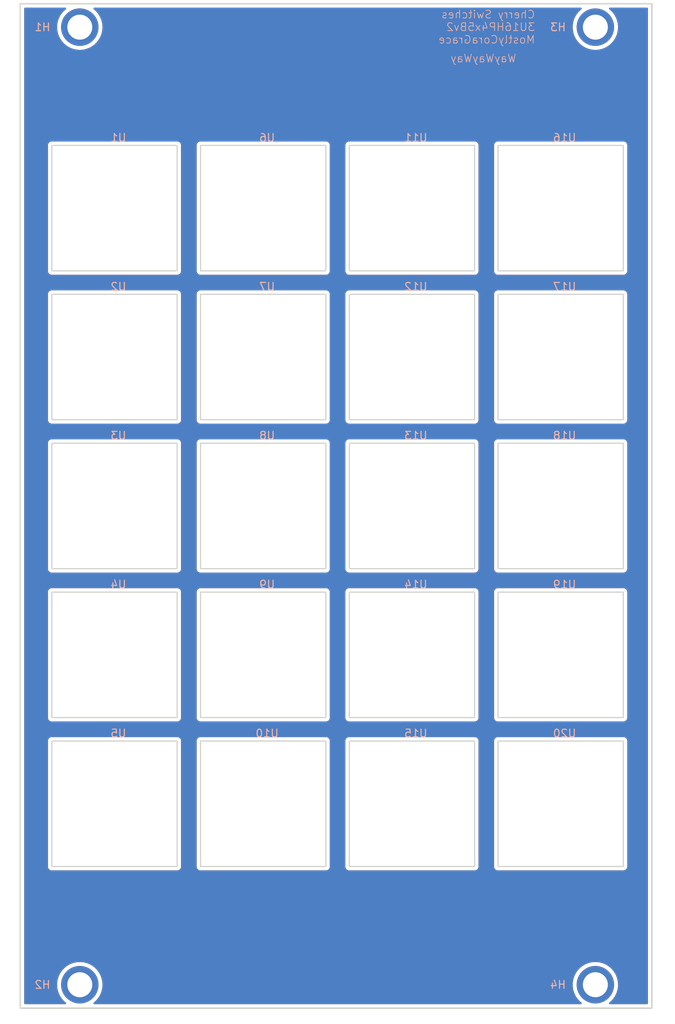
<source format=kicad_pcb>
(kicad_pcb (version 20241229) (generator "pcbnew") (generator_version "9.0")
  (layers (0 "F.Cu" signal) (2 "B.Cu" signal) (13 "F.Paste" user) (15 "B.Paste" user) (5 "F.SilkS" user "F.Silkscreen") (7 "B.SilkS" user "B.Silkscreen") (1 "F.Mask" user) (3 "B.Mask" user) (25 "Edge.Cuts" user))
  (net 0 "")
  (footprint "EXC:MountingHole_3.2mm_M3" (layer "F.Cu") (at 7.62 5.425)
    (property "Reference" "H1" (at -3.683 0 0) (layer "B.SilkS") (effects (justify left mirror)))
    (property "Value" "Eurorack_M3_MountingHole")
    (pad "" thru_hole circle (at 0 0) (size 4.8 4.8) (drill 3.2) (layers "*.Cu" "*.Mask"))
  )
  (footprint "EXC:SW_Cherry_MX_1.00u_Clearance" (layer "F.Cu") (at 69.215 85.725)
    (property "Reference" "U19" (at 0.5 -9 0) (layer "B.SilkS") (effects (justify mirror)))
    (property "Value" "~")
    (fp_rect (start -8.025 -8.025) (end 8.025 8.025) (stroke (width 0.15)) (fill no) (layer "Edge.Cuts"))
  )
  (footprint "EXC:SW_Cherry_MX_1.00u_Clearance" (layer "F.Cu") (at 69.215 66.675)
    (property "Reference" "U18" (at 0.5 -9 0) (layer "B.SilkS") (effects (justify mirror)))
    (property "Value" "~")
    (fp_rect (start -8.025 -8.025) (end 8.025 8.025) (stroke (width 0.15)) (fill no) (layer "Edge.Cuts"))
  )
  (footprint "EXC:SW_Cherry_MX_1.00u_Clearance" (layer "F.Cu") (at 69.215 28.575)
    (property "Reference" "U16" (at 0.5 -9 0) (layer "B.SilkS") (effects (justify mirror)))
    (property "Value" "~")
    (fp_rect (start -8.025 -8.025) (end 8.025 8.025) (stroke (width 0.15)) (fill no) (layer "Edge.Cuts"))
  )
  (footprint "EXC:SW_Cherry_MX_1.00u_Clearance" (layer "F.Cu") (at 50.165 28.575)
    (property "Reference" "U11" (at 0.5 -9 0) (layer "B.SilkS") (effects (justify mirror)))
    (property "Value" "~")
    (fp_rect (start -8.025 -8.025) (end 8.025 8.025) (stroke (width 0.15)) (fill no) (layer "Edge.Cuts"))
  )
  (footprint "EXC:SW_Cherry_MX_1.00u_Clearance" (layer "F.Cu") (at 31.115 85.725)
    (property "Reference" "U9" (at 0.5 -9 0) (layer "B.SilkS") (effects (justify mirror)))
    (property "Value" "~")
    (fp_rect (start -8.025 -8.025) (end 8.025 8.025) (stroke (width 0.15)) (fill no) (layer "Edge.Cuts"))
  )
  (footprint "EXC:SW_Cherry_MX_1.00u_Clearance" (layer "F.Cu") (at 12.065 104.775)
    (property "Reference" "U5" (at 0.5 -9 0) (layer "B.SilkS") (effects (justify mirror)))
    (property "Value" "~")
    (fp_rect (start -8.025 -8.025) (end 8.025 8.025) (stroke (width 0.15)) (fill no) (layer "Edge.Cuts"))
  )
  (footprint "EXC:SW_Cherry_MX_1.00u_Clearance" (layer "F.Cu") (at 31.115 47.625)
    (property "Reference" "U7" (at 0.5 -9 0) (layer "B.SilkS") (effects (justify mirror)))
    (property "Value" "~")
    (fp_rect (start -8.025 -8.025) (end 8.025 8.025) (stroke (width 0.15)) (fill no) (layer "Edge.Cuts"))
  )
  (footprint "EXC:SW_Cherry_MX_1.00u_Clearance" (layer "F.Cu") (at 50.165 85.725)
    (property "Reference" "U14" (at 0.5 -9 0) (layer "B.SilkS") (effects (justify mirror)))
    (property "Value" "~")
    (fp_rect (start -8.025 -8.025) (end 8.025 8.025) (stroke (width 0.15)) (fill no) (layer "Edge.Cuts"))
  )
  (footprint "EXC:MountingHole_3.2mm_M3" (layer "F.Cu") (at 73.66 5.425)
    (property "Reference" "H3" (at -3.683 0 0) (layer "B.SilkS") (effects (justify left mirror)))
    (property "Value" "Eurorack_M3_MountingHole")
    (pad "" thru_hole circle (at 0 0) (size 4.8 4.8) (drill 3.2) (layers "*.Cu" "*.Mask"))
  )
  (footprint "EXC:SW_Cherry_MX_1.00u_Clearance" (layer "F.Cu") (at 50.165 104.775)
    (property "Reference" "U15" (at 0.5 -9 0) (layer "B.SilkS") (effects (justify mirror)))
    (property "Value" "~")
    (fp_rect (start -8.025 -8.025) (end 8.025 8.025) (stroke (width 0.15)) (fill no) (layer "Edge.Cuts"))
  )
  (footprint "EXC:SW_Cherry_MX_1.00u_Clearance" (layer "F.Cu") (at 50.165 66.675)
    (property "Reference" "U13" (at 0.5 -9 0) (layer "B.SilkS") (effects (justify mirror)))
    (property "Value" "~")
    (fp_rect (start -8.025 -8.025) (end 8.025 8.025) (stroke (width 0.15)) (fill no) (layer "Edge.Cuts"))
  )
  (footprint "EXC:MountingHole_3.2mm_M3" (layer "F.Cu") (at 73.66 127.925)
    (property "Reference" "H4" (at -3.683 0 0) (layer "B.SilkS") (effects (justify left mirror)))
    (property "Value" "Eurorack_M3_MountingHole")
    (pad "" thru_hole circle (at 0 0) (size 4.8 4.8) (drill 3.2) (layers "*.Cu" "*.Mask"))
  )
  (footprint "EXC:SW_Cherry_MX_1.00u_Clearance" (layer "F.Cu") (at 31.115 66.675)
    (property "Reference" "U8" (at 0.5 -9 0) (layer "B.SilkS") (effects (justify mirror)))
    (property "Value" "~")
    (fp_rect (start -8.025 -8.025) (end 8.025 8.025) (stroke (width 0.15)) (fill no) (layer "Edge.Cuts"))
  )
  (footprint "EXC:MountingHole_3.2mm_M3" (layer "F.Cu") (at 7.62 127.925)
    (property "Reference" "H2" (at -3.683 0 0) (layer "B.SilkS") (effects (justify left mirror)))
    (property "Value" "Eurorack_M3_MountingHole")
    (pad "" thru_hole circle (at 0 0) (size 4.8 4.8) (drill 3.2) (layers "*.Cu" "*.Mask"))
  )
  (footprint "EXC:SW_Cherry_MX_1.00u_Clearance" (layer "F.Cu") (at 12.065 66.675)
    (property "Reference" "U3" (at 0.5 -9 0) (layer "B.SilkS") (effects (justify mirror)))
    (property "Value" "~")
    (fp_rect (start -8.025 -8.025) (end 8.025 8.025) (stroke (width 0.15)) (fill no) (layer "Edge.Cuts"))
  )
  (footprint "EXC:SW_Cherry_MX_1.00u_Clearance" (layer "F.Cu") (at 12.065 85.725)
    (property "Reference" "U4" (at 0.5 -9 0) (layer "B.SilkS") (effects (justify mirror)))
    (property "Value" "~")
    (fp_rect (start -8.025 -8.025) (end 8.025 8.025) (stroke (width 0.15)) (fill no) (layer "Edge.Cuts"))
  )
  (footprint "EXC:SW_Cherry_MX_1.00u_Clearance" (layer "F.Cu") (at 50.165 47.625)
    (property "Reference" "U12" (at 0.5 -9 0) (layer "B.SilkS") (effects (justify mirror)))
    (property "Value" "~")
    (fp_rect (start -8.025 -8.025) (end 8.025 8.025) (stroke (width 0.15)) (fill no) (layer "Edge.Cuts"))
  )
  (footprint "EXC:SW_Cherry_MX_1.00u_Clearance" (layer "F.Cu") (at 31.115 28.575)
    (property "Reference" "U6" (at 0.5 -9 0) (layer "B.SilkS") (effects (justify mirror)))
    (property "Value" "~")
    (fp_rect (start -8.025 -8.025) (end 8.025 8.025) (stroke (width 0.15)) (fill no) (layer "Edge.Cuts"))
  )
  (footprint "EXC:SW_Cherry_MX_1.00u_Clearance" (layer "F.Cu") (at 12.065 47.625)
    (property "Reference" "U2" (at 0.5 -9 0) (layer "B.SilkS") (effects (justify mirror)))
    (property "Value" "~")
    (fp_rect (start -8.025 -8.025) (end 8.025 8.025) (stroke (width 0.15)) (fill no) (layer "Edge.Cuts"))
  )
  (footprint "EXC:SW_Cherry_MX_1.00u_Clearance" (layer "F.Cu") (at 69.215 47.625)
    (property "Reference" "U17" (at 0.5 -9 0) (layer "B.SilkS") (effects (justify mirror)))
    (property "Value" "~")
    (fp_rect (start -8.025 -8.025) (end 8.025 8.025) (stroke (width 0.15)) (fill no) (layer "Edge.Cuts"))
  )
  (footprint "EXC:SW_Cherry_MX_1.00u_Clearance" (layer "F.Cu") (at 12.065 28.575)
    (property "Reference" "U1" (at 0.5 -9 0) (layer "B.SilkS") (effects (justify mirror)))
    (property "Value" "~")
    (fp_rect (start -8.025 -8.025) (end 8.025 8.025) (stroke (width 0.15)) (fill no) (layer "Edge.Cuts"))
  )
  (footprint "EXC:SW_Cherry_MX_1.00u_Clearance" (layer "F.Cu") (at 69.215 104.775)
    (property "Reference" "U20" (at 0.5 -9 0) (layer "B.SilkS") (effects (justify mirror)))
    (property "Value" "~")
    (fp_rect (start -8.025 -8.025) (end 8.025 8.025) (stroke (width 0.15)) (fill no) (layer "Edge.Cuts"))
  )
  (footprint "EXC:SW_Cherry_MX_1.00u_Clearance" (layer "F.Cu") (at 31.115 104.775)
    (property "Reference" "U10" (at 0.5 -9 0) (layer "B.SilkS") (effects (justify mirror)))
    (property "Value" "~")
    (fp_rect (start -8.025 -8.025) (end 8.025 8.025) (stroke (width 0.15)) (fill no) (layer "Edge.Cuts"))
  )
  (gr_rect (start 0 2.425) (end 80.9 130.925) (stroke (width 0.2)) (fill no) (layer "Edge.Cuts"))
  (gr_text "WayWayWay" (at 63.6 10 0) (layer "B.SilkS") (effects (font (size 1 1) (thickness 0.1)) (justify left bottom mirror)))
  (gr_text "Cherry Switches\n3U16HP4x5Bv2\nMostlyCoraGrace" (at 66 7.6 0) (layer "B.SilkS") (effects (font (size 1 1) (thickness 0.1)) (justify left bottom mirror)))
  (zone (net 0) (net_name "") (layers "F.Cu" "B.Cu") (connect_pads (clearance 0.5)) (min_thickness 0.25) (fill yes (thermal_gap 0.5) (thermal_bridge_width 0.5) (island_removal_mode 1) (island_area_min 10))
    (polygon (pts (xy 0 2.425) (xy 80.9 2.425) (xy 80.9 130.925) (xy 0 130.925)))
  )
)
</source>
